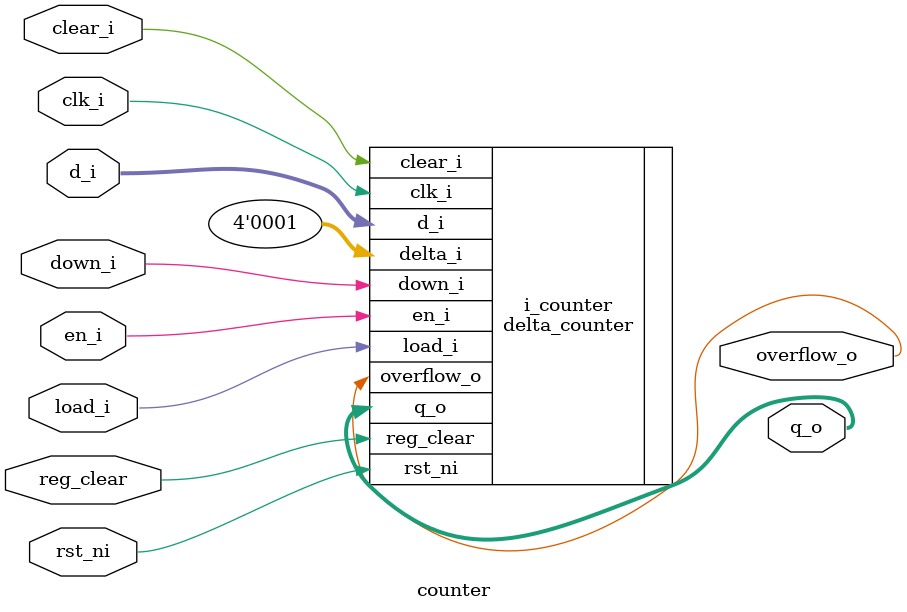
<source format=sv>


module counter #(
    parameter int unsigned WIDTH = 4,
    parameter bit STICKY_OVERFLOW = 1'b0
)(
    input  logic             clk_i,
    input  logic             rst_ni,
    input  logic             reg_clear,
    input  logic             clear_i, // synchronous clear
    input  logic             en_i,    // enable the counter
    input  logic             load_i,  // load a new value
    input  logic             down_i,  // downcount, default is up
    input  logic [WIDTH-1:0] d_i,
    output logic [WIDTH-1:0] q_o,
    output logic             overflow_o
);
    delta_counter #(
        .WIDTH          (WIDTH),
        .STICKY_OVERFLOW (STICKY_OVERFLOW)
    ) i_counter (
        .clk_i,
        .rst_ni,
	.reg_clear,
        .clear_i,
        .en_i,
        .load_i,
        .down_i,
        .delta_i({{WIDTH-1{1'b0}}, 1'b1}),
        .d_i,
        .q_o,
        .overflow_o
    );
endmodule

</source>
